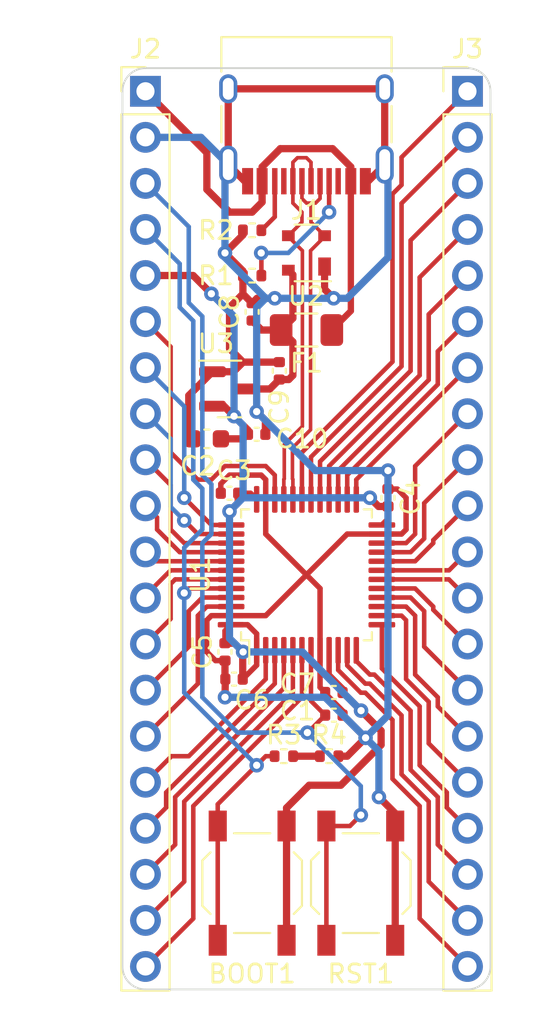
<source format=kicad_pcb>
(kicad_pcb (version 20241229) (generator "pcbnew") (generator_version "9.0")
  (layers (0 "F.Cu" signal) (2 "B.Cu" signal) (13 "F.Paste" user) (15 "B.Paste" user) (5 "F.SilkS" user "F.Silkscreen") (7 "B.SilkS" user "B.Silkscreen") (1 "F.Mask" user) (3 "B.Mask" user) (25 "Edge.Cuts" user))
  (net 0 "")
  (net 1 "+5V")
  (net 2 "GND")
  (net 3 "+3V3")
  (net 4 "NRST")
  (net 5 "VBUS")
  (net 6 "Net-(J1-CC1)")
  (net 7 "D_P")
  (net 8 "D_N")
  (net 10 "Net-(J1-CC2)")
  (net 12 "BOOT0")
  (net 13 "/C13")
  (net 14 "/C14")
  (net 15 "/C15")
  (net 16 "/F0")
  (net 17 "/F1")
  (net 18 "/B1")
  (net 19 "/B2")
  (net 20 "/B10")
  (net 21 "/B11")
  (net 22 "/B12")
  (net 23 "/B13")
  (net 24 "/B14")
  (net 25 "/B15")
  (net 26 "/A8")
  (net 27 "/A15")
  (net 28 "/B4")
  (net 29 "/B5")
  (net 30 "/B6")
  (net 31 "/B7")
  (net 32 "/A2")
  (net 33 "/A3")
  (net 34 "/A4")
  (net 35 "/A5")
  (net 36 "/A6")
  (net 37 "/A7")
  (net 38 "/B0")
  (net 39 "/B3")
  (net 40 "/B8")
  (net 41 "/B9")
  (net 42 "/A1")
  (net 43 "/A9")
  (net 44 "/A10")
  (net 45 "/A13")
  (net 46 "/A14")
  (net 47 "Net-(R3-Pad2)")
  (net 48 "/A0")
  (net 49 "D+")
  (net 50 "D-")
  (footprint "Capacitor_SMD:C_0402_1005Metric" (layer "F.Cu") (at 140.3925 87.65 90)
    (property "Reference" "C4")
    (property "Value" "100nF")
  )
  (footprint "Package_QFP:LQFP-48_7x7mm_P0.5mm" (layer "F.Cu") (at 135.8925 91.9 90)
    (property "Reference" "U1")
    (property "Value" "STM32F072CBT6")
  )
  (footprint "Capacitor_SMD:C_0402_1005Metric" (layer "F.Cu") (at 131.6425 87.4 180)
    (property "Reference" "C3")
    (property "Value" "100nF")
  )
  (footprint "Button_Switch_SMD:SW_SPST_TL3342" (layer "F.Cu") (at 132.8925 108.9 -90)
    (property "Reference" "BOOT1")
    (property "Value" "SW_SPST")
  )
  (footprint "Package_TO_SOT_SMD:SOT-143" (layer "F.Cu") (at 135.8925 74.15 180)
    (property "Reference" "U2")
    (property "Value" "PRTR5V0U2X")
  )
  (footprint "Capacitor_SMD:C_0402_1005Metric" (layer "F.Cu") (at 131.3925 96.15 -90)
    (property "Reference" "C5")
    (property "Value" "100nF")
  )
  (footprint "Button_Switch_SMD:SW_SPST_TL3342" (layer "F.Cu") (at 138.8925 108.9 90)
    (property "Reference" "RST1")
    (property "Value" "SW_SPST")
  )
  (footprint "Connector_PinHeader_2.54mm:PinHeader_1x20_P2.54mm_Vertical" (layer "F.Cu") (at 127.0025 65.235)
    (property "Reference" "J2")
    (property "Value" "Conn_01x20")
  )
  (footprint "Package_TO_SOT_SMD:SOT-23" (layer "F.Cu") (at 131.6425 81.65)
    (property "Reference" "U3")
    (property "Value" "XC6206PxxxMR-Regulator_Linear")
  )
  (footprint "Capacitor_SMD:C_0402_1005Metric" (layer "F.Cu") (at 131.8925 97.65 180)
    (property "Reference" "C6")
    (property "Value" "100nF")
  )
  (footprint "Resistor_SMD:R_0402_1005Metric" (layer "F.Cu") (at 132.8925 75.4)
    (property "Reference" "R1")
    (property "Value" "5.1k")
  )
  (footprint "Capacitor_SMD:C_0402_1005Metric" (layer "F.Cu") (at 133.1425 84.15)
    (property "Reference" "C10")
    (property "Value" "1uF")
  )
  (footprint "Fuse:Fuse_1206_3216Metric" (layer "F.Cu") (at 135.8925 78.4 180)
    (property "Reference" "F1")
    (property "Value" "500mA")
  )
  (footprint "Capacitor_SMD:C_0402_1005Metric" (layer "F.Cu") (at 134.3925 80.65 90)
    (property "Reference" "C9")
    (property "Value" "1uF")
  )
  (footprint "Connector_PinHeader_2.54mm:PinHeader_1x20_P2.54mm_Vertical" (layer "F.Cu") (at 144.7825 65.235)
    (property "Reference" "J3")
    (property "Value" "Conn_01x20")
  )
  (footprint "Capacitor_SMD:C_0402_1005Metric" (layer "F.Cu") (at 137.405923 99.636577)
    (property "Reference" "C1")
    (property "Value" "100nF")
  )
  (footprint "Resistor_SMD:R_0402_1005Metric" (layer "F.Cu") (at 137.1425 101.9)
    (property "Reference" "R4")
    (property "Value" "5.1k")
  )
  (footprint "Capacitor_SMD:C_0402_1005Metric" (layer "F.Cu") (at 137.405923 98.386577 180)
    (property "Reference" "C7")
    (property "Value" "100nF")
  )
  (footprint "Resistor_SMD:R_0402_1005Metric" (layer "F.Cu") (at 132.8925 72.9 180)
    (property "Reference" "R2")
    (property "Value" "5.1k")
  )
  (footprint "Connector_USB:USB_C_Receptacle_HRO_TYPE-C-31-M-12" (layer "F.Cu") (at 135.8925 66.15 180)
    (property "Reference" "J1")
    (property "Value" "USB_C_Receptacle_USB2.0")
  )
  (footprint "Resistor_SMD:R_0402_1005Metric" (layer "F.Cu") (at 134.6425 101.9)
    (property "Reference" "R3")
    (property "Value" "5.1k")
  )
  (footprint "Capacitor_SMD:C_0603_1608Metric" (layer "F.Cu") (at 130.3925 84.4 180)
    (property "Reference" "C2")
    (property "Value" "10uF")
  )
  (footprint "Capacitor_SMD:C_0402_1005Metric" (layer "F.Cu") (at 132.8925 77.4 90)
    (property "Reference" "C8")
    (property "Value" "100nF")
  )
  (gr_arc (start 125.7325 65.23) (mid 126.104474 64.331974) (end 127.0025 63.96) (stroke (width 0.1)) (layer "Edge.Cuts"))
  (gr_line (start 144.7825 114.76) (end 127.0025 114.76) (stroke (width 0.1)) (layer "Edge.Cuts"))
  (gr_arc (start 127.0025 114.76) (mid 126.104474 114.388026) (end 125.7325 113.49) (stroke (width 0.1)) (layer "Edge.Cuts"))
  (gr_line (start 125.7325 113.49) (end 125.7325 65.23) (stroke (width 0.1)) (layer "Edge.Cuts"))
  (gr_line (start 127.0025 63.96) (end 144.7825 63.96) (stroke (width 0.1)) (layer "Edge.Cuts"))
  (gr_line (start 146.0525 65.23) (end 146.0525 113.49) (stroke (width 0.1)) (layer "Edge.Cuts"))
  (gr_arc (start 144.7825 63.96) (mid 145.680526 64.331974) (end 146.0525 65.23) (stroke (width 0.1)) (layer "Edge.Cuts"))
  (gr_arc (start 146.0525 113.49) (mid 145.680526 114.388026) (end 144.7825 114.76) (stroke (width 0.1)) (layer "Edge.Cuts"))
  (segment (start 135.1425 80.9) (end 135.1425 79.05) (width 0.4) (layer "F.Cu") (net 1))
  (segment (start 135.1425 75.35) (end 134.8925 75.1) (width 0.4) (layer "F.Cu") (net 1))
  (segment (start 133.4125 78.4) (end 132.8925 77.88) (width 0.4) (layer "F.Cu") (net 1))
  (segment (start 132.58 81.65) (end 133.8725 81.65) (width 0.4) (layer "F.Cu") (net 1))
  (segment (start 135.1425 77.75) (end 135.1425 75.35) (width 0.4) (layer "F.Cu") (net 1))
  (segment (start 134.4925 78.4) (end 135.1425 77.75) (width 0.4) (layer "F.Cu") (net 1))
  (segment (start 133.8725 81.65) (end 134.3925 81.13) (width 0.4) (layer "F.Cu") (net 1))
  (segment (start 135.1425 79.05) (end 134.4925 78.4) (width 0.4) (layer "F.Cu") (net 1))
  (segment (start 134.4925 78.4) (end 133.4125 78.4) (width 0.4) (layer "F.Cu") (net 1))
  (segment (start 134.3925 81.13) (end 134.9125 81.13) (width 0.4) (layer "F.Cu") (net 1))
  (segment (start 134.9125 81.13) (end 135.1425 80.9) (width 0.4) (layer "F.Cu") (net 1))
  (segment (start 131.5725 69.28) (end 131.5725 65.1) (width 0.4) (layer "F.Cu") (net 2))
  (segment (start 141.3925 87.65) (end 140.9125 87.17) (width 0.3) (layer "F.Cu") (net 2))
  (segment (start 131.1625 86.88) (end 131.1625 87.4) (width 0.3) (layer "F.Cu") (net 2))
  (segment (start 136.925923 98.504133) (end 136.925923 98.386577) (width 0.4) (layer "F.Cu") (net 2))
  (segment (start 136.6425 96.0625) (end 136.6425 98.103154) (width 0.3) (layer "F.Cu") (net 2))
  (segment (start 129.3925 82.0125) (end 130.705 80.7) (width 0.4) (layer "F.Cu") (net 2))
  (segment (start 131.4125 97.65) (end 131.3925 98.65) (width 0.4) (layer "F.Cu") (net 2))
  (segment (start 130.705 80.7) (end 131.8625 80.7) (width 0.4) (layer "F.Cu") (net 2))
  (segment (start 136.6425 96.0625) (end 136.6425 92.65) (width 0.3) (layer "F.Cu") (net 2))
  (segment (start 140.2125 65.1) (end 140.2125 69.28) (width 0.4) (layer "F.Cu") (net 2))
  (segment (start 136.6425 92.65) (end 135.8925 91.9) (width 0.3) (layer "F.Cu") (net 2))
  (segment (start 133.6425 87.7375) (end 133.6425 89.65) (width 0.3) (layer "F.Cu") (net 2))
  (segment (start 132.3825 75.14) (end 132.3825 75.4) (width 0.4) (layer "F.Cu") (net 2))
  (segment (start 140.055 89.65) (end 138.1425 89.65) (width 0.3) (layer "F.Cu") (net 2))
  (segment (start 131.3925 74.15) (end 132.3825 73.16) (width 0.4) (layer "F.Cu") (net 2))
  (segment (start 133.1425 82.9) (end 133.6225 83.38) (width 0.4) (layer "F.Cu") (net 2))
  (segment (start 131.73 94.15) (end 130.6425 94.15) (width 0.3) (layer "F.Cu") (net 2))
  (segment (start 139.8925 104.15) (end 140.7925 105.05) (width 0.4) (layer "F.Cu") (net 2))
  (segment (start 131.8625 80.7) (end 132.3925 80.17) (width 0.4) (layer "F.Cu") (net 2))
  (segment (start 131.3925 96.63) (end 131.3925 97.63) (width 0.4) (layer "F.Cu") (net 2))
  (segment (start 137.3925 76.65) (end 136.8925 76.15) (width 0.4) (layer "F.Cu") (net 2))
  (segment (start 140.3925 87.17) (end 140.3925 86.15) (width 0.4) (layer "F.Cu") (net 2))
  (segment (start 130.3925 94.4) (end 130.3925 96.15) (width 0.3) (layer "F.Cu") (net 2))
  (segment (start 129.3925 84.175) (end 129.3925 82.0125) (width 0.4) (layer "F.Cu") (net 2))
  (segment (start 135.8925 91.9) (end 133.6425 94.15) (width 0.3) (layer "F.Cu") (net 2))
  (segment (start 130.8725 96.63) (end 131.3925 96.63) (width 0.3) (layer "F.Cu") (net 2))
  (segment (start 136.6425 98.103154) (end 136.925923 98.386577) (width 0.3) (layer "F.Cu") (net 2))
  (segment (start 140.7925 105.05) (end 140.7925 105.75) (width 0.4) (layer "F.Cu") (net 2))
  (segment (start 132.6425 70.195) (end 132.4875 70.195) (width 0.4) (layer "F.Cu") (net 2))
  (segment (start 137.885923 99.636577) (end 137.885923 99.464133) (width 0.4) (layer "F.Cu") (net 2))
  (segment (start 140.7925 105.75) (end 140.7925 112.05) (width 0.4) (layer "F.Cu") (net 2))
  (segment (start 131.5725 65.1) (end 140.2125 65.1) (width 0.4) (layer "F.Cu") (net 2))
  (segment (start 133.6425 89.65) (end 135.8925 91.9) (width 0.3) (layer "F.Cu") (net 2))
  (segment (start 132.4875 70.195) (end 131.5725 69.28) (width 0.4) (layer "F.Cu") (net 2))
  (segment (start 134.1425 76.65) (end 133.1625 76.65) (width 0.4) (layer "F.Cu") (net 2))
  (segment (start 140.9125 87.17) (end 140.3925 87.17) (width 0.3) (layer "F.Cu") (net 2))
  (segment (start 137.905923 99.636577) (end 139.155923 100.886577) (width 0.4) (layer "F.Cu") (net 2))
  (segment (start 136.8925 76.15) (end 136.8925 74.9) (width 0.4) (layer "F.Cu") (net 2))
  (segment (start 138.1425 89.65) (end 135.8925 91.9) (width 0.3) (layer "F.Cu") (net 2))
  (segment (start 137.6525 101.9) (end 138.1425 101.9) (width 0.4) (layer "F.Cu") (net 2))
  (segment (start 141.3925 89.4) (end 141.3925 87.65) (width 0.3) (layer "F.Cu") (net 2))
  (segment (start 132.3825 76.41) (end 131.6425 77.15) (width 0.4) (layer "F.Cu") (net 2))
  (segment (start 131.6425 79.42) (end 132.3925 80.17) (width 0.4) (layer "F.Cu") (net 2))
  (segment (start 133.1625 76.65) (end 132.8925 76.92) (width 0.4) (layer "F.Cu") (net 2))
  (segment (start 132.3825 76.41) (end 132.3825 75.4) (width 0.4) (layer "F.Cu") (net 2))
  (segment (start 132.3825 73.16) (end 132.3825 72.9) (width 0.4) (layer "F.Cu") (net 2))
  (segment (start 140.2125 69.28) (end 139.2975 70.195) (width 0.4) (layer "F.Cu") (net 2))
  (segment (start 130.3925 96.15) (end 130.8725 96.63) (width 0.3) (layer "F.Cu") (net 2))
  (segment (start 139.2975 70.195) (end 139.1425 70.195) (width 0.4) (layer "F.Cu") (net 2))
  (segment (start 134.3925 80.17) (end 132.3925 80.17) (width 0.4) (layer "F.Cu") (net 2))
  (segment (start 130.6425 94.15) (end 130.3925 94.4) (width 0.3) (layer "F.Cu") (net 2))
  (segment (start 133.3925 86.4) (end 131.6425 86.4) (width 0.3) (layer "F.Cu") (net 2))
  (segment (start 140.055 89.65) (end 141.1425 89.65) (width 0.3) (layer "F.Cu") (net 2))
  (segment (start 133.6425 86.65) (end 133.3925 86.4) (width 0.3) (layer "F.Cu") (net 2))
  (segment (start 131.6425 77.15) (end 131.6425 79.42) (width 0.4) (layer "F.Cu") (net 2))
  (segment (start 138.1425 101.9) (end 139.155923 100.886577) (width 0.4) (layer "F.Cu") (net 2))
  (segment (start 131.3925 74.15) (end 132.3825 75.14) (width 0.4) (layer "F.Cu") (net 2))
  (segment (start 141.1425 89.65) (end 141.3925 89.4) (width 0.3) (layer "F.Cu") (net 2))
  (segment (start 133.6425 94.15) (end 131.73 94.15) (width 0.3) (layer "F.Cu") (net 2))
  (segment (start 133.6225 83.38) (end 133.6225 84.15) (width 0.4) (layer "F.Cu") (net 2))
  (segment (start 131.6425 86.4) (end 131.1625 86.88) (width 0.3) (layer "F.Cu") (net 2))
  (segment (start 133.6425 87.7375) (end 133.6425 86.65) (width 0.3) (layer "F.Cu") (net 2))
  (segment (start 137.885923 99.464133) (end 136.925923 98.504133) (width 0.4) (layer "F.Cu") (net 2))
  (segment (start 132.8925 76.92) (end 132.3825 76.41) (width 0.4) (layer "F.Cu") (net 2))
  (via (at 139.155923 100.886577) (size 0.8) (drill 0.4) (layers "F.Cu" "B.Cu") (net 2))
  (via (at 133.1425 82.9) (size 0.8) (drill 0.4) (layers "F.Cu" "B.Cu") (net 2))
  (via (at 134.1425 76.65) (size 0.8) (drill 0.4) (layers "F.Cu" "B.Cu") (net 2))
  (via (at 131.3925 74.15) (size 0.8) (drill 0.4) (layers "F.Cu" "B.Cu") (net 2))
  (via (at 131.3925 98.65) (size 0.8) (drill 0.4) (layers "F.Cu" "B.Cu") (net 2))
  (via (at 140.3925 86.15) (size 0.8) (drill 0.4) (layers "F.Cu" "B.Cu") (net 2))
  (via (at 137.3925 76.65) (size 0.8) (drill 0.4) (layers "F.Cu" "B.Cu") (net 2))
  (via (at 139.8925 104.15) (size 0.8) (drill 0.4) (layers "F.Cu" "B.Cu") (net 2))
  (segment (start 127.0025 67.775) (end 130.0675 67.775) (width 0.4) (layer "B.Cu") (net 2))
  (segment (start 130.0675 67.775) (end 131.5725 69.28) (width 0.4) (layer "B.Cu") (net 2))
  (segment (start 139.155923 100.886577) (end 139.8925 101.623154) (width 0.4) (layer "B.Cu") (net 2))
  (segment (start 133.1425 77.15) (end 133.6425 76.65) (width 0.4) (layer "B.Cu") (net 2))
  (segment (start 139.8925 101.623154) (end 139.8925 104.15) (width 0.4) (layer "B.Cu") (net 2))
  (segment (start 140.3925 86.15) (end 140.3925 99.65) (width 0.4) (layer "B.Cu") (net 2))
  (segment (start 134.1425 76.65) (end 133.6425 76.65) (width 0.4) (layer "B.Cu") (net 2))
  (segment (start 131.3925 74.4) (end 133.6425 76.65) (width 0.4) (layer "B.Cu") (net 2))
  (segment (start 140.3925 86.15) (end 136.3925 86.15) (width 0.4) (layer "B.Cu") (net 2))
  (segment (start 131.3925 74.15) (end 131.3925 74.4) (width 0.4) (layer "B.Cu") (net 2))
  (segment (start 136.919346 98.65) (end 139.155923 100.886577) (width 0.4) (layer "B.Cu") (net 2))
  (segment (start 140.3925 69.46) (end 140.3925 74.4) (width 0.4) (layer "B.Cu") (net 2))
  (segment (start 133.1425 82.9) (end 133.1425 77.15) (width 0.4) (layer "B.Cu") (net 2))
  (segment (start 140.3925 74.4) (end 138.1425 76.65) (width 0.4) (layer "B.Cu") (net 2))
  (segment (start 131.3925 98.65) (end 136.919346 98.65) (width 0.4) (layer "B.Cu") (net 2))
  (segment (start 138.1425 76.65) (end 137.3925 76.65) (width 0.4) (layer "B.Cu") (net 2))
  (segment (start 140.3925 99.65) (end 139.155923 100.886577) (width 0.4) (layer "B.Cu") (net 2))
  (segment (start 131.3925 74.15) (end 131.3925 69.46) (width 0.4) (layer "B.Cu") (net 2))
  (segment (start 137.3925 76.65) (end 134.1425 76.65) (width 0.4) (layer "B.Cu") (net 2))
  (segment (start 136.3925 86.15) (end 133.1425 82.9) (width 0.4) (layer "B.Cu") (net 2))
  (segment (start 133.1425 87.7375) (end 132.805 87.4) (width 0.3) (layer "F.Cu") (net 3))
  (segment (start 132.3725 96.17) (end 132.3725 97.65) (width 0.4) (layer "F.Cu") (net 3))
  (segment (start 137.905923 98.386577) (end 138.905923 99.386577) (width 0.4) (layer "F.Cu") (net 3))
  (segment (start 131.6425 88.4) (end 132.1225 87.92) (width 0.4) (layer "F.Cu") (net 3))
  (segment (start 140.013423 100.494077) (end 138.905923 99.386577) (width 0.4) (layer "F.Cu") (net 3))
  (segment (start 129.6375 75.395) (end 127.0025 75.395) (width 0.4) (layer "F.Cu") (net 3))
  (segment (start 130.705 82.6) (end 131.3425 82.6) (width 0.4) (layer "F.Cu") (net 3))
  (segment (start 132.3725 97.65) (end 133.1425 96.88) (width 0.3) (layer "F.Cu") (net 3))
  (segment (start 131.9125 95.67) (end 131.3925 95.67) (width 0.4) (layer "F.Cu") (net 3))
  (segment (start 140.3925 88.13) (end 139.8725 88.13) (width 0.4) (layer "F.Cu") (net 3))
  (segment (start 133.1425 96.88) (end 133.1425 96.0625) (width 0.3) (layer "F.Cu") (net 3))
  (segment (start 132.1225 87.92) (end 132.1225 87.4) (width 0.4) (layer "F.Cu") (net 3))
  (segment (start 132.805 87.4) (end 132.1225 87.4) (width 0.3) (layer "F.Cu") (net 3))
  (segment (start 134.7925 105.75) (end 134.7925 104.75) (width 0.4) (layer "F.Cu") (net 3))
  (segment (start 134.7925 105.75) (end 134.7925 112.05) (width 0.4) (layer "F.Cu") (net 3))
  (segment (start 132.6625 83.92) (end 132.6625 84.15) (width 0.4) (layer "F.Cu") (net 3))
  (segment (start 131.3425 82.6) (end 132.6625 83.92) (width 0.4) (layer "F.Cu") (net 3))
  (segment (start 131.73 94.65) (end 132.6425 94.65) (width 0.3) (layer "F.Cu") (net 3))
  (segment (start 132.4125 84.4) (end 131.1675 84.4) (width 0.4) (layer "F.Cu") (net 3))
  (segment (start 137.1425 97.4) (end 137.885923 98.143423) (width 0.3) (layer "F.Cu") (net 3))
  (segment (start 132.6425 94.65) (end 133.1425 95.15) (width 0.3) (layer "F.Cu") (net 3))
  (segment (start 134.7925 104.75) (end 136.0425 103.5) (width 0.4) (layer "F.Cu") (net 3))
  (segment (start 132.3925 96.15) (end 131.9125 95.67) (width 0.4) (layer "F.Cu") (net 3))
  (segment (start 137.1425 96.0625) (end 137.1425 97.4) (width 0.3) (layer "F.Cu") (net 3))
  (segment (start 136.0425 103.5) (end 137.7925 103.5) (width 0.4) (layer "F.Cu") (net 3))
  (segment (start 133.1425 95.15) (end 133.1425 96.0625) (width 0.3) (layer "F.Cu") (net 3))
  (segment (start 140.013423 101.279077) (end 140.013423 100.494077) (width 0.4) (layer "F.Cu") (net 3))
  (segment (start 137.885923 98.143423) (end 137.885923 98.386577) (width 0.3) (layer "F.Cu") (net 3))
  (segment (start 131.3425 82.6) (end 131.8925 83.15) (width 0.4) (layer "F.Cu") (net 3))
  (segment (start 132.3925 96.15) (end 132.3725 96.17) (width 0.4) (layer "F.Cu") (net 3))
  (segment (start 130.6425 76.4) (end 129.6375 75.395) (width 0.4) (layer "F.Cu") (net 3))
  (segment (start 137.7925 103.5) (end 140.013423 101.279077) (width 0.4) (layer "F.Cu") (net 3))
  (segment (start 140.3925 88.8125) (end 140.3925 88.13) (width 0.3) (layer "F.Cu") (net 3))
  (segment (start 139.8725 88.13) (end 139.3925 87.65) (width 0.4) (layer "F.Cu") (net 3))
  (segment (start 140.055 89.15) (end 140.3925 88.8125) (width 0.3) (layer "F.Cu") (net 3))
  (segment (start 131.3925 94.9875) (end 131.73 94.65) (width 0.3) (layer "F.Cu") (net 3))
  (segment (start 131.3925 95.67) (end 131.3925 94.9875) (width 0.3) (layer "F.Cu") (net 3))
  (via (at 138.905923 99.386577) (size 0.8) (drill 0.4) (layers "F.Cu" "B.Cu") (net 3))
  (via (at 131.6425 88.4) (size 0.8) (drill 0.4) (layers "F.Cu" "B.Cu") (net 3))
  (via (at 139.3925 87.65) (size 0.8) (drill 0.4) (layers "F.Cu" "B.Cu") (net 3))
  (via (at 132.3925 96.15) (size 0.8) (drill 0.4) (layers "F.Cu" "B.Cu") (net 3))
  (via (at 131.8925 83.15) (size 0.8) (drill 0.4) (layers "F.Cu" "B.Cu") (net 3))
  (via (at 130.6425 76.4) (size 0.8) (drill 0.4) (layers "F.Cu" "B.Cu") (net 3))
  (segment (start 131.6425 88.4) (end 131.6425 95.4) (width 0.4) (layer "B.Cu") (net 3))
  (segment (start 131.6425 88.4) (end 132.3925 87.65) (width 0.4) (layer "B.Cu") (net 3))
  (segment (start 131.6425 95.4) (end 132.3925 96.15) (width 0.4) (layer "B.Cu") (net 3))
  (segment (start 132.3925 87.65) (end 133.1425 87.65) (width 0.4) (layer "B.Cu") (net 3))
  (segment (start 138.905923 99.386577) (end 135.669346 96.15) (width 0.4) (layer "B.Cu") (net 3))
  (segment (start 131.8925 77.65) (end 131.8925 83.15) (width 0.4) (layer "B.Cu") (net 3))
  (segment (start 132.3925 83.65) (end 132.3925 87.65) (width 0.4) (layer "B.Cu") (net 3))
  (segment (start 135.669346 96.15) (end 132.3925 96.15) (width 0.4) (layer "B.Cu") (net 3))
  (segment (start 131.8925 83.15) (end 132.3925 83.65) (width 0.4) (layer "B.Cu") (net 3))
  (segment (start 130.6425 76.4) (end 131.8925 77.65) (width 0.4) (layer "B.Cu") (net 3))
  (segment (start 139.3925 87.65) (end 133.1425 87.65) (width 0.4) (layer "B.Cu") (net 3))
  (segment (start 136.9925 105.75) (end 136.9925 112.05) (width 0.25) (layer "F.Cu") (net 4))
  (segment (start 136.9925 105.75) (end 138.2925 105.75) (width 0.25) (layer "F.Cu") (net 4))
  (segment (start 136.1425 98.853154) (end 136.925923 99.636577) (width 0.25) (layer "F.Cu") (net 4))
  (segment (start 138.2925 105.75) (end 138.8925 105.15) (width 0.25) (layer "F.Cu") (net 4))
  (segment (start 136.1425 96.0625) (end 136.1425 98.853154) (width 0.25) (layer "F.Cu") (net 4))
  (segment (start 136.925923 99.636577) (end 135.9625 100.6) (width 0.25) (layer "F.Cu") (net 4))
  (segment (start 135.9625 100.6) (end 135.9425 100.6) (width 0.25) (layer "F.Cu") (net 4))
  (via (at 138.8925 105.15) (size 0.8) (drill 0.4) (layers "F.Cu" "B.Cu") (net 4))
  (via (at 135.9425 100.6) (size 0.8) (drill 0.4) (layers "F.Cu" "B.Cu") (net 4))
  (segment (start 130.1425 98.65) (end 130.1425 90.15) (width 0.25) (layer "B.Cu") (net 4))
  (segment (start 138.8925 103.55) (end 135.9425 100.6) (width 0.25) (layer "B.Cu") (net 4))
  (segment (start 130.6425 86.9) (end 130.1425 86.4) (width 0.25) (layer "B.Cu") (net 4))
  (segment (start 130.6425 89.65) (end 130.6425 86.9) (width 0.25) (layer "B.Cu") (net 4))
  (segment (start 130.1425 86.4) (end 130.1425 77.65) (width 0.25) (layer "B.Cu") (net 4))
  (segment (start 130.1425 90.15) (end 130.6425 89.65) (width 0.25) (layer "B.Cu") (net 4))
  (segment (start 129.3925 72.705) (end 127.0025 70.315) (width 0.25) (layer "B.Cu") (net 4))
  (segment (start 130.1425 77.65) (end 129.3925 76.9) (width 0.25) (layer "B.Cu") (net 4))
  (segment (start 129.3925 76.9) (end 129.3925 72.705) (width 0.25) (layer "B.Cu") (net 4))
  (segment (start 138.8925 105.15) (end 138.8925 103.55) (width 0.25) (layer "B.Cu") (net 4))
  (segment (start 132.0925 100.6) (end 130.1425 98.65) (width 0.25) (layer "B.Cu") (net 4))
  (segment (start 135.9425 100.6) (end 132.0925 100.6) (width 0.25) (layer "B.Cu") (net 4))
  (segment (start 131.6425 71.9) (end 130.3925 70.65) (width 0.4) (layer "F.Cu") (net 5))
  (segment (start 130.3925 70.65) (end 130.3925 68.625) (width 0.4) (layer "F.Cu") (net 5))
  (segment (start 134.444333 68.4) (end 137.336484 68.4) (width 0.4) (layer "F.Cu") (net 5))
  (segment (start 138.3425 77.35) (end 137.2925 78.4) (width 0.35) (layer "F.Cu") (net 5))
  (segment (start 130.3925 68.625) (end 127.0025 65.235) (width 0.4) (layer "F.Cu") (net 5))
  (segment (start 133.4425 70.195) (end 133.4425 69.406016) (width 0.4) (layer "F.Cu") (net 5))
  (segment (start 134.444333 68.404183) (end 134.444333 68.4) (width 0.4) (layer "F.Cu") (net 5))
  (segment (start 138.3425 70.195) (end 138.3425 77.35) (width 0.35) (layer "F.Cu") (net 5))
  (segment (start 133.4425 71.35) (end 132.8925 71.9) (width 0.4) (layer "F.Cu") (net 5))
  (segment (start 133.4425 69.406016) (end 134.444333 68.404183) (width 0.4) (layer "F.Cu") (net 5))
  (segment (start 138.3425 69.406016) (end 138.3425 70.195) (width 0.4) (layer "F.Cu") (net 5))
  (segment (start 133.4425 70.195) (end 133.4425 71.35) (width 0.4) (layer "F.Cu") (net 5))
  (segment (start 132.8925 71.9) (end 131.6425 71.9) (width 0.4) (layer "F.Cu") (net 5))
  (segment (start 137.336484 68.4) (end 138.3425 69.406016) (width 0.4) (layer "F.Cu") (net 5))
  (segment (start 133.4025 75.4) (end 133.4025 74.16) (width 0.25) (layer "F.Cu") (net 6))
  (segment (start 133.4025 74.16) (end 133.3925 74.15) (width 0.25) (layer "F.Cu") (net 6))
  (segment (start 137.1425 71.9) (end 137.1425 70.195) (width 0.25) (layer "F.Cu") (net 6))
  (via (at 133.3925 74.15) (size 0.8) (drill 0.4) (layers "F.Cu" "B.Cu") (net 6))
  (via (at 137.1425 71.9) (size 0.8) (drill 0.4) (layers "F.Cu" "B.Cu") (net 6))
  (segment (start 133.3925 74.15) (end 134.8925 74.15) (width 0.25) (layer "B.Cu") (net 6))
  (segment (start 134.8925 74.15) (end 137.1425 71.9) (width 0.25) (layer "B.Cu") (net 6))
  (segment (start 135.3925 68.9) (end 135.8925 68.9) (width 0.2) (layer "F.Cu") (net 7))
  (segment (start 135.8925 68.9) (end 136.1425 69.15) (width 0.2) (layer "F.Cu") (net 7))
  (segment (start 134.6675 84.7136) (end 134.6675 86.606249) (width 0.2) (layer "F.Cu") (net 7))
  (segment (start 135.6425 71.9) (end 135.6425 72.45) (width 0.2) (layer "F.Cu") (net 7))
  (segment (start 136.1425 69.15) (end 136.1425 70.195) (width 0.2) (layer "F.Cu") (net 7))
  (segment (start 135.1425 69.15) (end 135.3925 68.9) (width 0.2) (layer "F.Cu") (net 7))
  (segment (start 134.8925 73.25) (end 135.6675 74.025) (width 0.2) (layer "F.Cu") (net 7))
  (segment (start 135.6425 72.45) (end 134.8925 73.2) (width 0.2) (layer "F.Cu") (net 7))
  (segment (start 134.6675 86.606249) (end 134.6425 86.631249) (width 0.2) (layer "F.Cu") (net 7))
  (segment (start 135.6675 83.7136) (end 134.6675 84.7136) (width 0.2) (layer "F.Cu") (net 7))
  (segment (start 135.1425 70.195) (end 135.1425 69.15) (width 0.2) (layer "F.Cu") (net 7))
  (segment (start 135.6675 74.025) (end 135.6675 83.7136) (width 0.2) (layer "F.Cu") (net 7))
  (segment (start 135.1425 71.4) (end 135.6425 71.9) (width 0.2) (layer "F.Cu") (net 7))
  (segment (start 135.1425 70.195) (end 135.1425 71.4) (width 0.2) (layer "F.Cu") (net 7))
  (segment (start 134.6425 86.631249) (end 134.6425 87.7375) (width 0.2) (layer "F.Cu") (net 7))
  (segment (start 136.1425 72.45) (end 136.1425 71.4) (width 0.2) (layer "F.Cu") (net 8))
  (segment (start 136.3925 71.4) (end 136.6425 71.15) (width 0.2) (layer "F.Cu") (net 8))
  (segment (start 135.1175 84.9) (end 135.1175 86.606249) (width 0.2) (layer "F.Cu") (net 8))
  (segment (start 136.8925 73.2) (end 136.1425 72.45) (width 0.2) (layer "F.Cu") (net 8))
  (segment (start 135.1175 86.606249) (end 135.1425 86.631249) (width 0.2) (layer "F.Cu") (net 8))
  (segment (start 136.1175 83.9) (end 135.1175 84.9) (width 0.2) (layer "F.Cu") (net 8))
  (segment (start 136.8925 73.25) (end 136.1175 74.025) (width 0.2) (layer "F.Cu") (net 8))
  (segment (start 136.1175 83.9) (end 136.1175 74.025) (width 0.2) (layer "F.Cu") (net 8))
  (segment (start 136.6425 71.15) (end 136.6425 70.195) (width 0.2) (layer "F.Cu") (net 8))
  (segment (start 135.6425 70.195) (end 135.6425 71.15) (width 0.2) (layer "F.Cu") (net 8))
  (segment (start 135.1425 86.631249) (end 135.1425 87.7375) (width 0.2) (layer "F.Cu") (net 8))
  (segment (start 135.6425 71.15) (end 135.8925 71.4) (width 0.2) (layer "F.Cu") (net 8))
  (segment (start 136.1425 71.4) (end 136.3925 71.4) (width 0.2) (layer "F.Cu") (net 8))
  (segment (start 135.8925 71.4) (end 136.1425 71.4) (width 0.2) (layer "F.Cu") (net 8))
  (segment (start 134.1425 70.195) (end 134.1425 72.16) (width 0.25) (layer "F.Cu") (net 10))
  (segment (start 134.1425 72.16) (end 133.4025 72.9) (width 0.25) (layer "F.Cu") (net 10))
  (segment (start 131.73 92.65) (end 129.3925 92.65) (width 0.25) (layer "F.Cu") (net 12))
  (segment (start 130.9925 104.55) (end 133.1425 102.4) (width 0.25) (layer "F.Cu") (net 12))
  (segment (start 130.9925 105.75) (end 130.9925 112.05) (width 0.25) (layer "F.Cu") (net 12))
  (segment (start 130.9925 105.75) (end 130.9925 104.55) (width 0.25) (layer "F.Cu") (net 12))
  (segment (start 133.1425 102.4) (end 133.6425 101.9) (width 0.25) (layer "F.Cu") (net 12))
  (segment (start 133.6425 101.9) (end 134.1325 101.9) (width 0.25) (layer "F.Cu") (net 12))
  (segment (start 129.3925 92.65) (end 129.1425 92.9) (width 0.25) (layer "F.Cu") (net 12))
  (via (at 129.1425 92.9) (size 0.8) (drill 0.4) (layers "F.Cu" "B.Cu") (net 12))
  (via (at 133.1425 102.4) (size 0.8) (drill 0.4) (layers "F.Cu" "B.Cu") (net 12))
  (segment (start 129.1425 92.9) (end 129.1425 90.4) (width 0.25) (layer "B.Cu") (net 12))
  (segment (start 130.1425 89.4) (end 130.1425 87.15) (width 0.25) (layer "B.Cu") (net 12))
  (segment (start 128.8925 74.745) (end 127.0025 72.855) (width 0.25) (layer "B.Cu") (net 12))
  (segment (start 128.8925 77.15) (end 128.8925 74.745) (width 0.25) (layer "B.Cu") (net 12))
  (segment (start 129.6425 86.65) (end 129.6425 77.9) (width 0.25) (layer "B.Cu") (net 12))
  (segment (start 129.6425 77.9) (end 128.8925 77.15) (width 0.25) (layer "B.Cu") (net 12))
  (segment (start 129.1425 98.4) (end 133.1425 102.4) (width 0.25) (layer "B.Cu") (net 12))
  (segment (start 129.1425 92.9) (end 129.1425 98.4) (width 0.25) (layer "B.Cu") (net 12))
  (segment (start 130.1425 87.15) (end 129.6425 86.65) (width 0.25) (layer "B.Cu") (net 12))
  (segment (start 129.1425 90.4) (end 130.1425 89.4) (width 0.25) (layer "B.Cu") (net 12))
  (segment (start 128.4375 101.9) (end 129.3925 101.9) (width 0.25) (layer "F.Cu") (net 13))
  (segment (start 127.0025 103.335) (end 128.4375 101.9) (width 0.25) (layer "F.Cu") (net 13))
  (segment (start 129.3925 101.9) (end 133.6425 97.65) (width 0.25) (layer "F.Cu") (net 13))
  (segment (start 133.6425 97.65) (end 133.6425 96.0625) (width 0.25) (layer "F.Cu") (net 13))
  (segment (start 127.0025 105.875) (end 128.1425 104.735) (width 0.25) (layer "F.Cu") (net 14))
  (segment (start 128.1425 104.735) (end 128.1425 103.9) (width 0.25) (layer "F.Cu") (net 14))
  (segment (start 128.1425 103.9) (end 134.1425 97.9) (width 0.25) (layer "F.Cu") (net 14))
  (segment (start 134.1425 97.9) (end 134.1425 96.0625) (width 0.25) (layer "F.Cu") (net 14))
  (segment (start 134.6425 96.0625) (end 134.6425 98.15) (width 0.25) (layer "F.Cu") (net 15))
  (segment (start 128.6425 104.15) (end 128.6425 106.775) (width 0.25) (layer "F.Cu") (net 15))
  (segment (start 134.6425 98.15) (end 128.6425 104.15) (width 0.25) (layer "F.Cu") (net 15))
  (segment (start 128.6425 106.775) (end 127.0025 108.415) (width 0.25) (layer "F.Cu") (net 15))
  (segment (start 135.1425 98.4) (end 135.1425 96.0625) (width 0.25) (layer "F.Cu") (net 16))
  (segment (start 127.0025 110.955) (end 129.1425 108.815) (width 0.25) (layer "F.Cu") (net 16))
  (segment (start 129.1425 104.4) (end 135.1425 98.4) (width 0.25) (layer "F.Cu") (net 16))
  (segment (start 129.1425 108.815) (end 129.1425 104.4) (width 0.25) (layer "F.Cu") (net 16))
  (segment (start 135.6425 96.0625) (end 135.6425 98.65) (width 0.25) (layer "F.Cu") (net 17))
  (segment (start 135.6425 98.65) (end 129.6425 104.65) (width 0.25) (layer "F.Cu") (net 17))
  (segment (start 129.6425 104.65) (end 129.6425 110.855) (width 0.25) (layer "F.Cu") (net 17))
  (segment (start 129.6425 110.855) (end 127.0025 113.495) (width 0.25) (layer "F.Cu") (net 17))
  (segment (start 140.055 91.65) (end 143.7675 91.65) (width 0.25) (layer "F.Cu") (net 18))
  (segment (start 143.7675 91.65) (end 144.7825 90.635) (width 0.25) (layer "F.Cu") (net 18))
  (segment (start 140.055 91.15) (end 141.8925 91.15) (width 0.25) (layer "F.Cu") (net 19))
  (segment (start 142.8925 89.985) (end 142.8925 90.15) (width 0.25) (layer "F.Cu") (net 19))
  (segment (start 141.8925 91.15) (end 142.8925 90.15) (width 0.25) (layer "F.Cu") (net 19))
  (segment (start 144.7825 88.095) (end 142.8925 89.985) (width 0.25) (layer "F.Cu") (net 19))
  (segment (start 140.055 90.65) (end 141.6425 90.65) (width 0.25) (layer "F.Cu") (net 20))
  (segment (start 141.6425 90.65) (end 142.3925 89.9) (width 0.25) (layer "F.Cu") (net 20))
  (segment (start 142.3925 87.945) (end 144.7825 85.555) (width 0.25) (layer "F.Cu") (net 20))
  (segment (start 142.3925 89.9) (end 142.3925 87.945) (width 0.25) (layer "F.Cu") (net 20))
  (segment (start 140.055 90.15) (end 141.3925 90.15) (width 0.25) (layer "F.Cu") (net 21))
  (segment (start 141.8925 85.905) (end 144.7825 83.015) (width 0.25) (layer "F.Cu") (net 21))
  (segment (start 141.8925 89.65) (end 141.8925 85.905) (width 0.25) (layer "F.Cu") (net 21))
  (segment (start 141.3925 90.15) (end 141.8925 89.65) (width 0.25) (layer "F.Cu") (net 21))
  (segment (start 138.6425 86.65) (end 144.7825 80.51) (width 0.25) (layer "F.Cu") (net 22))
  (segment (start 138.6425 87.7375) (end 138.6425 86.65) (width 0.25) (layer "F.Cu") (net 22))
  (segment (start 143.1425 81.4) (end 143.1425 79.575) (width 0.25) (layer "F.Cu") (net 23))
  (segment (start 138.1425 87.7375) (end 138.1425 86.4) (width 0.25) (layer "F.Cu") (net 23))
  (segment (start 143.1425 79.575) (end 144.7825 77.935) (width 0.25) (layer "F.Cu") (net 23))
  (segment (start 138.1425 86.4) (end 143.1425 81.4) (width 0.25) (layer "F.Cu") (net 23))
  (segment (start 137.6425 87.7375) (end 137.6425 86.15) (width 0.25) (layer "F.Cu") (net 24))
  (segment (start 142.6425 81.15) (end 142.6425 77.535) (width 0.25) (layer "F.Cu") (net 24))
  (segment (start 137.6425 86.15) (end 142.6425 81.15) (width 0.25) (layer "F.Cu") (net 24))
  (segment (start 142.6425 77.535) (end 144.7825 75.395) (width 0.25) (layer "F.Cu") (net 24))
  (segment (start 142.1425 75.495) (end 144.7825 72.855) (width 0.25) (layer "F.Cu") (net 25))
  (segment (start 142.1425 80.9) (end 142.1425 75.495) (width 0.25) (layer "F.Cu") (net 25))
  (segment (start 137.1425 85.9) (end 142.1425 80.9) (width 0.25) (layer "F.Cu") (net 25))
  (segment (start 137.1425 87.7375) (end 137.1425 85.9) (width 0.25) (layer "F.Cu") (net 25))
  (segment (start 136.6425 87.7375) (end 136.6425 85.65) (width 0.25) (layer "F.Cu") (net 26))
  (segment (start 141.6425 80.65) (end 141.6425 73.455) (width 0.25) (layer "F.Cu") (net 26))
  (segment (start 141.6425 73.455) (end 144.7825 70.315) (width 0.25) (layer "F.Cu") (net 26))
  (segment (start 136.6425 85.65) (end 141.6425 80.65) (width 0.25) (layer "F.Cu") (net 26))
  (segment (start 129.8925 89.65) (end 129.1425 88.9) (width 0.25) (layer "F.Cu") (net 27))
  (segment (start 131.73 89.65) (end 129.8925 89.65) (width 0.25) (layer "F.Cu") (net 27))
  (via (at 129.1425 88.9) (size 0.8) (drill 0.4) (layers "F.Cu" "B.Cu") (net 27))
  (segment (start 128.3925 84.405) (end 127.0025 83.015) (width 0.25) (layer "B.Cu") (net 27))
  (segment (start 128.3925 88.15) (end 128.3925 84.405) (width 0.25) (layer "B.Cu") (net 27))
  (segment (start 129.1425 88.9) (end 128.3925 88.15) (width 0.25) (layer "B.Cu") (net 27))
  (segment (start 127.6425 89.4) (end 128.8925 90.65) (width 0.25) (layer "F.Cu") (net 28))
  (segment (start 127.6425 88.735) (end 127.6425 89.4) (width 0.25) (layer "F.Cu") (net 28))
  (segment (start 128.8925 90.65) (end 131.73 90.65) (width 0.25) (layer "F.Cu") (net 28))
  (segment (start 127.0025 88.095) (end 127.6425 88.735) (width 0.25) (layer "F.Cu") (net 28))
  (segment (start 127.5175 91.15) (end 127.0025 90.635) (width 0.25) (layer "F.Cu") (net 29))
  (segment (start 131.73 91.15) (end 127.5175 91.15) (width 0.25) (layer "F.Cu") (net 29))
  (segment (start 127.0025 93.04) (end 128.3925 91.65) (width 0.25) (layer "F.Cu") (net 30))
  (segment (start 128.3925 91.65) (end 131.73 91.65) (width 0.25) (layer "F.Cu") (net 30))
  (segment (start 128.3925 94.325) (end 128.3925 92.4) (width 0.25) (layer "F.Cu") (net 31))
  (segment (start 128.6425 92.15) (end 131.73 92.15) (width 0.25) (layer "F.Cu") (net 31))
  (segment (start 128.3925 92.4) (end 128.6425 92.15) (width 0.25) (layer "F.Cu") (net 31))
  (segment (start 127.0025 95.715) (end 128.3925 94.325) (width 0.25) (layer "F.Cu") (net 31))
  (segment (start 141.6425 99.4) (end 141.6425 102.65) (width 0.25) (layer "F.Cu") (net 32))
  (segment (start 139.3925 97.4) (end 139.6425 97.4) (width 0.25) (layer "F.Cu") (net 32))
  (segment (start 139.6425 97.4) (end 141.6425 99.4) (width 0.25) (layer "F.Cu") (net 32))
  (segment (start 138.6425 96.65) (end 139.3925 97.4) (width 0.25) (layer "F.Cu") (net 32))
  (segment (start 141.6425 102.65) (end 143.1425 104.15) (width 0.25) (layer "F.Cu") (net 32))
  (segment (start 143.1425 104.15) (end 143.1425 106.775) (width 0.25) (layer "F.Cu") (net 32))
  (segment (start 143.1425 106.775) (end 144.7825 108.415) (width 0.25) (layer "F.Cu") (net 32))
  (segment (start 142.1425 99.15) (end 140.055 97.0625) (width 0.25) (layer "F.Cu") (net 33))
  (segment (start 143.6425 103.9) (end 142.1425 102.4) (width 0.25) (layer "F.Cu") (net 33))
  (segment (start 140.055 97.0625) (end 140.055 94.65) (width 0.25) (layer "F.Cu") (net 33))
  (segment (start 144.7825 105.875) (end 143.6425 104.735) (width 0.25) (layer "F.Cu") (net 33))
  (segment (start 143.6425 104.735) (end 143.6425 103.9) (width 0.25) (layer "F.Cu") (net 33))
  (segment (start 142.1425 102.4) (end 142.1425 99.15) (width 0.25) (layer "F.Cu") (net 33))
  (segment (start 144.7825 103.335) (end 142.6425 101.195) (width 0.25) (layer "F.Cu") (net 34))
  (segment (start 142.6425 98.9) (end 141.3925 97.65) (width 0.25) (layer "F.Cu") (net 34))
  (segment (start 142.6425 101.195) (end 142.6425 98.9) (width 0.25) (layer "F.Cu") (net 34))
  (segment (start 141.3925 94.4) (end 141.1425 94.15) (width 0.25) (layer "F.Cu") (net 34))
  (segment (start 141.3925 97.65) (end 141.3925 94.4) (width 0.25) (layer "F.Cu") (net 34))
  (segment (start 141.1425 94.15) (end 140.055 94.15) (width 0.25) (layer "F.Cu") (net 34))
  (segment (start 143.1425 99.155) (end 143.1425 98.65) (width 0.25) (layer "F.Cu") (net 35))
  (segment (start 144.7825 100.795) (end 143.1425 99.155) (width 0.25) (layer "F.Cu") (net 35))
  (segment (start 141.8925 97.4) (end 143.1425 98.65) (width 0.25) (layer "F.Cu") (net 35))
  (segment (start 140.055 93.65) (end 141.3925 93.65) (width 0.25) (layer "F.Cu") (net 35))
  (segment (start 141.8925 94.15) (end 141.8925 97.4) (width 0.25) (layer "F.Cu") (net 35))
  (segment (start 141.3925 93.65) (end 141.8925 94.15) (width 0.25) (layer "F.Cu") (net 35))
  (segment (start 142.3925 95.865) (end 142.3925 93.9) (width 0.25) (layer "F.Cu") (net 36))
  (segment (start 141.6425 93.15) (end 140.055 93.15) (width 0.25) (layer "F.Cu") (net 36))
  (segment (start 144.7825 98.255) (end 142.3925 95.865) (width 0.25) (layer "F.Cu") (net 36))
  (segment (start 142.3925 93.9) (end 141.6425 93.15) (width 0.25) (layer "F.Cu") (net 36))
  (segment (start 142.8925 93.825) (end 142.8925 93.65) (width 0.25) (layer "F.Cu") (net 37))
  (segment (start 141.8925 92.65) (end 140.055 92.65) (width 0.25) (layer "F.Cu") (net 37))
  (segment (start 144.7825 95.715) (end 142.8925 93.825) (width 0.25) (layer "F.Cu") (net 37))
  (segment (start 142.8925 93.65) (end 141.8925 92.65) (width 0.25) (layer "F.Cu") (net 37))
  (segment (start 143.7575 92.15) (end 144.7825 93.175) (width 0.25) (layer "F.Cu") (net 38))
  (segment (start 140.055 92.15) (end 143.7575 92.15) (width 0.25) (layer "F.Cu") (net 38))
  (segment (start 127.0025 85.555) (end 128.3925 86.945) (width 0.25) (layer "F.Cu") (net 39))
  (segment (start 129.1425 90.15) (end 131.73 90.15) (width 0.25) (layer "F.Cu") (net 39))
  (segment (start 128.3925 86.945) (end 128.3925 89.4) (width 0.25) (layer "F.Cu") (net 39))
  (segment (start 128.3925 89.4) (end 129.1425 90.15) (width 0.25) (layer "F.Cu") (net 39))
  (segment (start 129.3925 95.865) (end 127.0025 98.255) (width 0.25) (layer "F.Cu") (net 40))
  (segment (start 129.3925 93.9) (end 129.3925 95.865) (width 0.25) (layer "F.Cu") (net 40))
  (segment (start 131.73 93.15) (end 130.1425 93.15) (width 0.25) (layer "F.Cu") (net 40))
  (segment (start 130.1425 93.15) (end 129.3925 93.9) (width 0.25) (layer "F.Cu") (net 40))
  (segment (start 127.0025 100.795) (end 129.8925 97.905) (width 0.25) (layer "F.Cu") (net 41))
  (segment (start 129.8925 94.15) (end 130.3925 93.65) (width 0.25) (layer "F.Cu") (net 41))
  (segment (start 129.8925 97.905) (end 129.8925 94.15) (width 0.25) (layer "F.Cu") (net 41))
  (segment (start 131.73 93.65) (end 130.3925 93.65) (width 0.25) (layer "F.Cu") (net 41))
  (segment (start 139.1425 97.9) (end 139.3925 97.9) (width 0.25) (layer "F.Cu") (net 42))
  (segment (start 142.6425 108.815) (end 144.7825 110.955) (width 0.25) (layer "F.Cu") (net 42))
  (segment (start 138.1425 96.0625) (end 138.1425 96.9) (width 0.25) (layer "F.Cu") (net 42))
  (segment (start 141.1425 99.65) (end 141.1425 102.9) (width 0.25) (layer "F.Cu") (net 42))
  (segment (start 138.1425 96.9) (end 139.1425 97.9) (width 0.25) (layer "F.Cu") (net 42))
  (segment (start 141.1425 102.9) (end 142.6425 104.4) (width 0.25) (layer "F.Cu") (net 42))
  (segment (start 142.6425 104.4) (end 142.6425 108.815) (width 0.25) (layer "F.Cu") (net 42))
  (segment (start 139.3925 97.9) (end 141.1425 99.65) (width 0.25) (layer "F.Cu") (net 42))
  (segment (start 141.1425 71.415) (end 144.7825 67.775) (width 0.25) (layer "F.Cu") (net 43))
  (segment (start 136.1425 87.7375) (end 136.1425 85.4) (width 0.25) (layer "F.Cu") (net 43))
  (segment (start 136.1425 85.4) (end 141.1425 80.4) (width 0.25) (layer "F.Cu") (net 43))
  (segment (start 141.1425 80.4) (end 141.1425 71.415) (width 0.25) (layer "F.Cu") (net 43))
  (segment (start 141.1425 68.875) (end 144.7825 65.235) (width 0.25) (layer "F.Cu") (net 44))
  (segment (start 140.6425 80.15) (end 140.6425 70.9) (width 0.25) (layer "F.Cu") (net 44))
  (segment (start 140.6425 70.9) (end 141.1425 70.4) (width 0.25) (layer "F.Cu") (net 44))
  (segment (start 141.1425 70.4) (end 141.1425 68.875) (width 0.25) (layer "F.Cu") (net 44))
  (segment (start 135.6425 87.7375) (end 135.6425 85.15) (width 0.25) (layer "F.Cu") (net 44))
  (segment (start 135.6425 85.15) (end 140.6425 80.15) (width 0.25) (layer "F.Cu") (net 44))
  (segment (start 128.3925 79.325) (end 127.0025 77.935) (width 0.25) (layer "F.Cu") (net 45))
  (segment (start 131.3925 85.9) (end 130.6425 86.65) (width 0.25) (layer "F.Cu") (net 45))
  (segment (start 134.1425 86.4) (end 133.6425 85.9) (width 0.25) (layer "F.Cu") (net 45))
  (segment (start 134.1425 87.7375) (end 134.1425 86.4) (width 0.25) (layer "F.Cu") (net 45))
  (segment (start 130.6425 86.65) (end 129.8925 86.65) (width 0.25) (layer "F.Cu") (net 45))
  (segment (start 133.6425 85.9) (end 131.3925 85.9) (width 0.25) (layer "F.Cu") (net 45))
  (segment (start 129.8925 86.65) (end 128.3925 85.15) (width 0.25) (layer "F.Cu") (net 45))
  (segment (start 128.3925 85.15) (end 128.3925 79.325) (width 0.25) (layer "F.Cu") (net 45))
  (segment (start 130.6425 89.15) (end 131.73 89.15) (width 0.25) (layer "F.Cu") (net 46))
  (segment (start 129.1425 87.65) (end 130.6425 89.15) (width 0.25) (layer "F.Cu") (net 46))
  (via (at 129.1425 87.65) (size 0.8) (drill 0.4) (layers "F.Cu" "B.Cu") (net 46))
  (segment (start 129.1425 82.615) (end 127.0025 80.475) (width 0.25) (layer "B.Cu") (net 46))
  (segment (start 129.1425 87.65) (end 129.1425 82.615) (width 0.25) (layer "B.Cu") (net 46))
  (segment (start 136.6325 101.9) (end 135.1525 101.9) (width 0.4) (layer "F.Cu") (net 47))
  (segment (start 137.6425 97.15) (end 138.8925 98.4) (width 0.25) (layer "F.Cu") (net 48))
  (segment (start 138.8925 98.4) (end 139.1425 98.4) (width 0.25) (layer "F.Cu") (net 48))
  (segment (start 142.1425 110.855) (end 144.7825 113.495) (width 0.25) (layer "F.Cu") (net 48))
  (segment (start 140.6425 99.9) (end 140.6425 103.15) (width 0.25) (layer "F.Cu") (net 48))
  (segment (start 140.6425 103.15) (end 142.1425 104.65) (width 0.25) (layer "F.Cu") (net 48))
  (segment (start 137.6425 96.0625) (end 137.6425 97.15) (width 0.25) (layer "F.Cu") (net 48))
  (segment (start 142.1425 104.65) (end 142.1425 110.855) (width 0.25) (layer "F.Cu") (net 48))
  (segment (start 139.1425 98.4) (end 140.6425 99.9) (width 0.25) (layer "F.Cu") (net 48))
)
</source>
